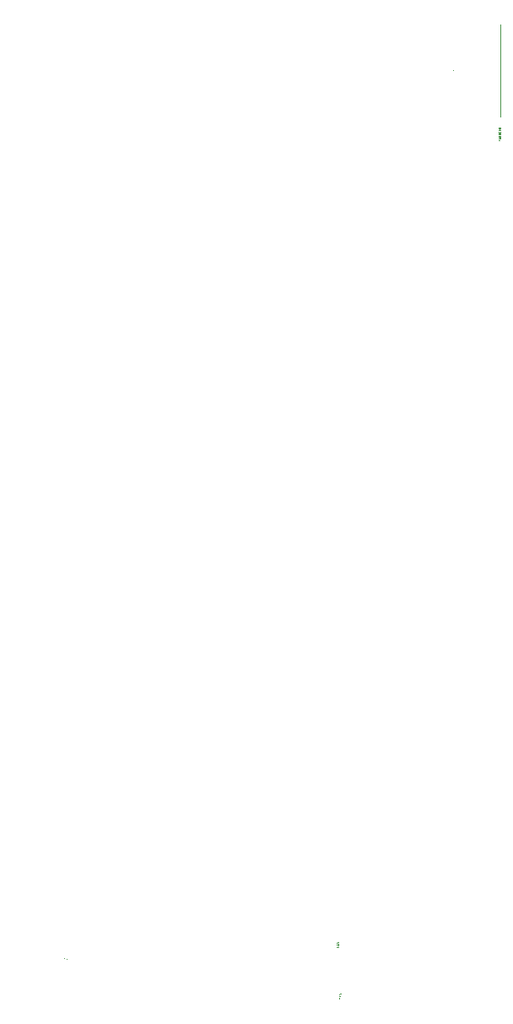
<source format=gm1>
G04*
G04 #@! TF.GenerationSoftware,Altium Limited,Altium Designer,24.9.1 (31)*
G04*
G04 Layer_Color=16711935*
%FSLAX44Y44*%
%MOMM*%
G71*
G04*
G04 #@! TF.SameCoordinates,418AA1D6-F79E-4CCF-963D-19B387831215*
G04*
G04*
G04 #@! TF.FilePolarity,Positive*
G04*
G01*
G75*
%ADD14C,0.1000*%
G36*
X112151Y-98748D02*
X112174Y-98781D01*
X112197Y-98809D01*
X112219Y-98834D01*
X112242Y-98857D01*
X112260Y-98875D01*
X112270Y-98885D01*
X112275Y-98890D01*
X112313Y-98920D01*
X112351Y-98951D01*
X112389Y-98976D01*
X112425Y-98997D01*
X112458Y-99015D01*
X112481Y-99030D01*
X112491Y-99032D01*
X112499Y-99037D01*
X112501Y-99040D01*
X112504D01*
Y-99190D01*
X112476Y-99180D01*
X112448Y-99167D01*
X112420Y-99154D01*
X112395Y-99142D01*
X112374Y-99129D01*
X112357Y-99119D01*
X112346Y-99114D01*
X112341Y-99111D01*
X112308Y-99091D01*
X112278Y-99070D01*
X112252Y-99053D01*
X112229Y-99035D01*
X112212Y-99022D01*
X112199Y-99012D01*
X112191Y-99004D01*
X112189Y-99002D01*
Y-100000D01*
X112031D01*
Y-98717D01*
X112133D01*
X112151Y-98748D01*
D02*
G37*
G36*
X113850Y-99459D02*
X113848Y-99530D01*
X113842Y-99596D01*
X113835Y-99649D01*
X113825Y-99695D01*
X113817Y-99733D01*
X113812Y-99748D01*
X113809Y-99759D01*
X113807Y-99769D01*
X113804Y-99776D01*
X113802Y-99779D01*
Y-99782D01*
X113781Y-99822D01*
X113756Y-99858D01*
X113728Y-99888D01*
X113703Y-99914D01*
X113677Y-99934D01*
X113657Y-99947D01*
X113644Y-99957D01*
X113639Y-99959D01*
X113594Y-99980D01*
X113545Y-99995D01*
X113494Y-100005D01*
X113449Y-100013D01*
X113408Y-100018D01*
X113390D01*
X113375Y-100020D01*
X113345D01*
X113279Y-100018D01*
X113220Y-100010D01*
X113169Y-99998D01*
X113126Y-99985D01*
X113093Y-99975D01*
X113068Y-99962D01*
X113053Y-99954D01*
X113047Y-99952D01*
X113007Y-99924D01*
X112974Y-99893D01*
X112948Y-99863D01*
X112926Y-99832D01*
X112910Y-99807D01*
X112898Y-99784D01*
X112892Y-99771D01*
X112890Y-99766D01*
X112875Y-99721D01*
X112865Y-99670D01*
X112854Y-99619D01*
X112849Y-99571D01*
X112847Y-99525D01*
Y-99507D01*
X112844Y-99492D01*
Y-99477D01*
Y-99467D01*
Y-99461D01*
Y-99459D01*
Y-98720D01*
X113014D01*
Y-99459D01*
Y-99502D01*
X113017Y-99543D01*
X113022Y-99578D01*
X113027Y-99611D01*
X113032Y-99642D01*
X113040Y-99667D01*
X113047Y-99690D01*
X113055Y-99713D01*
X113063Y-99731D01*
X113070Y-99746D01*
X113078Y-99756D01*
X113083Y-99766D01*
X113093Y-99779D01*
X113096Y-99784D01*
X113129Y-99812D01*
X113169Y-99832D01*
X113212Y-99848D01*
X113258Y-99858D01*
X113296Y-99863D01*
X113314Y-99865D01*
X113329D01*
X113342Y-99868D01*
X113360D01*
X113398Y-99865D01*
X113436Y-99860D01*
X113467Y-99855D01*
X113494Y-99848D01*
X113515Y-99840D01*
X113532Y-99832D01*
X113543Y-99830D01*
X113545Y-99827D01*
X113571Y-99810D01*
X113594Y-99789D01*
X113611Y-99769D01*
X113624Y-99751D01*
X113637Y-99733D01*
X113644Y-99718D01*
X113647Y-99708D01*
X113649Y-99705D01*
X113659Y-99672D01*
X113667Y-99634D01*
X113672Y-99594D01*
X113675Y-99553D01*
X113677Y-99515D01*
X113680Y-99487D01*
Y-99474D01*
Y-99467D01*
Y-99461D01*
Y-99459D01*
Y-98720D01*
X113850D01*
Y-99459D01*
D02*
G37*
G36*
X111620Y-98888D02*
X110990D01*
X111036Y-98941D01*
X111076Y-98999D01*
X111117Y-99055D01*
X111150Y-99108D01*
X111178Y-99154D01*
X111191Y-99174D01*
X111201Y-99192D01*
X111208Y-99205D01*
X111214Y-99215D01*
X111216Y-99223D01*
X111219Y-99225D01*
X111257Y-99299D01*
X111290Y-99373D01*
X111318Y-99444D01*
X111341Y-99505D01*
X111351Y-99533D01*
X111358Y-99558D01*
X111366Y-99581D01*
X111374Y-99601D01*
X111379Y-99616D01*
X111381Y-99627D01*
X111384Y-99634D01*
Y-99637D01*
X111402Y-99713D01*
X111417Y-99784D01*
X111427Y-99845D01*
X111434Y-99898D01*
X111437Y-99921D01*
Y-99942D01*
X111440Y-99959D01*
Y-99972D01*
X111442Y-99985D01*
Y-99992D01*
Y-99998D01*
Y-100000D01*
X111279D01*
X111274Y-99931D01*
X111264Y-99865D01*
X111254Y-99804D01*
X111247Y-99754D01*
X111241Y-99731D01*
X111236Y-99710D01*
X111231Y-99693D01*
X111229Y-99677D01*
X111226Y-99665D01*
X111224Y-99657D01*
X111221Y-99652D01*
Y-99649D01*
X111193Y-99566D01*
X111165Y-99484D01*
X111132Y-99408D01*
X111117Y-99373D01*
X111104Y-99342D01*
X111089Y-99312D01*
X111076Y-99286D01*
X111066Y-99261D01*
X111056Y-99243D01*
X111046Y-99225D01*
X111041Y-99215D01*
X111038Y-99207D01*
X111036Y-99205D01*
X110990Y-99129D01*
X110947Y-99060D01*
X110904Y-99002D01*
X110865Y-98951D01*
X110850Y-98931D01*
X110835Y-98913D01*
X110822Y-98895D01*
X110810Y-98882D01*
X110802Y-98872D01*
X110794Y-98865D01*
X110792Y-98862D01*
X110789Y-98860D01*
Y-98738D01*
X111620D01*
Y-98888D01*
D02*
G37*
G36*
X384778Y-82417D02*
X384854Y-82430D01*
X384921Y-82449D01*
X384978Y-82468D01*
X385022Y-82491D01*
X385041Y-82500D01*
X385057Y-82510D01*
X385070Y-82519D01*
X385079Y-82522D01*
X385083Y-82529D01*
X385086D01*
X385143Y-82576D01*
X385191Y-82630D01*
X385232Y-82687D01*
X385264Y-82745D01*
X385289Y-82795D01*
X385299Y-82814D01*
X385308Y-82833D01*
X385314Y-82849D01*
X385318Y-82862D01*
X385321Y-82868D01*
Y-82872D01*
X385349Y-82808D01*
X385381Y-82754D01*
X385413Y-82706D01*
X385445Y-82668D01*
X385473Y-82640D01*
X385495Y-82618D01*
X385508Y-82605D01*
X385514Y-82602D01*
X385565Y-82570D01*
X385616Y-82548D01*
X385664Y-82532D01*
X385711Y-82522D01*
X385753Y-82513D01*
X385784Y-82510D01*
X385797D01*
X385807D01*
X385810D01*
X385813D01*
X385860Y-82513D01*
X385908Y-82519D01*
X385953Y-82529D01*
X385997Y-82541D01*
X386073Y-82573D01*
X386140Y-82608D01*
X386165Y-82627D01*
X386191Y-82643D01*
X386213Y-82662D01*
X386232Y-82675D01*
X386245Y-82687D01*
X386254Y-82697D01*
X386261Y-82703D01*
X386264Y-82706D01*
X386296Y-82745D01*
X386327Y-82783D01*
X386349Y-82827D01*
X386372Y-82868D01*
X386391Y-82913D01*
X386407Y-82954D01*
X386429Y-83037D01*
X386435Y-83075D01*
X386442Y-83110D01*
X386445Y-83141D01*
X386448Y-83167D01*
X386451Y-83189D01*
Y-83221D01*
X386448Y-83278D01*
X386445Y-83335D01*
X386435Y-83386D01*
X386423Y-83434D01*
X386410Y-83478D01*
X386394Y-83522D01*
X386375Y-83560D01*
X386359Y-83592D01*
X386343Y-83624D01*
X386324Y-83653D01*
X386308Y-83675D01*
X386296Y-83694D01*
X386283Y-83710D01*
X386277Y-83719D01*
X386270Y-83726D01*
X386267Y-83729D01*
X386232Y-83764D01*
X386197Y-83792D01*
X386159Y-83818D01*
X386121Y-83840D01*
X386083Y-83856D01*
X386045Y-83872D01*
X385975Y-83894D01*
X385914Y-83910D01*
X385886Y-83913D01*
X385864Y-83916D01*
X385845Y-83919D01*
X385832D01*
X385822D01*
X385819D01*
X385756Y-83916D01*
X385699Y-83907D01*
X385648Y-83891D01*
X385603Y-83875D01*
X385568Y-83859D01*
X385540Y-83843D01*
X385524Y-83834D01*
X385518Y-83830D01*
X385473Y-83792D01*
X385432Y-83751D01*
X385400Y-83703D01*
X385372Y-83659D01*
X385349Y-83618D01*
X385334Y-83586D01*
X385327Y-83573D01*
X385324Y-83564D01*
X385321Y-83557D01*
Y-83554D01*
X385295Y-83633D01*
X385264Y-83700D01*
X385225Y-83760D01*
X385191Y-83808D01*
X385156Y-83846D01*
X385127Y-83875D01*
X385108Y-83891D01*
X385105Y-83897D01*
X385102D01*
X385038Y-83938D01*
X384972Y-83967D01*
X384908Y-83989D01*
X384845Y-84002D01*
X384787Y-84011D01*
X384765Y-84015D01*
X384746D01*
X384727Y-84018D01*
X384714D01*
X384708D01*
X384705D01*
X384648Y-84015D01*
X384590Y-84008D01*
X384537Y-83999D01*
X384486Y-83983D01*
X384438Y-83967D01*
X384394Y-83948D01*
X384356Y-83929D01*
X384318Y-83907D01*
X384286Y-83888D01*
X384257Y-83869D01*
X384232Y-83849D01*
X384210Y-83834D01*
X384194Y-83818D01*
X384181Y-83808D01*
X384175Y-83802D01*
X384171Y-83799D01*
X384133Y-83754D01*
X384102Y-83710D01*
X384073Y-83662D01*
X384048Y-83615D01*
X384029Y-83564D01*
X384010Y-83516D01*
X383984Y-83424D01*
X383978Y-83379D01*
X383971Y-83341D01*
X383965Y-83307D01*
X383962Y-83275D01*
X383959Y-83249D01*
Y-83214D01*
X383962Y-83148D01*
X383968Y-83087D01*
X383978Y-83027D01*
X383994Y-82973D01*
X384010Y-82919D01*
X384025Y-82872D01*
X384044Y-82830D01*
X384067Y-82789D01*
X384086Y-82754D01*
X384105Y-82722D01*
X384121Y-82697D01*
X384140Y-82675D01*
X384152Y-82656D01*
X384162Y-82643D01*
X384168Y-82637D01*
X384171Y-82633D01*
X384213Y-82595D01*
X384254Y-82560D01*
X384298Y-82532D01*
X384343Y-82503D01*
X384387Y-82484D01*
X384432Y-82465D01*
X384473Y-82449D01*
X384514Y-82440D01*
X384552Y-82430D01*
X384584Y-82424D01*
X384616Y-82417D01*
X384645Y-82414D01*
X384667Y-82411D01*
X384683D01*
X384692D01*
X384695D01*
X384778Y-82417D01*
D02*
G37*
G36*
X384289Y-85539D02*
X384346Y-85497D01*
X384375Y-85475D01*
X384397Y-85456D01*
X384419Y-85437D01*
X384435Y-85424D01*
X384445Y-85415D01*
X384448Y-85412D01*
X384464Y-85396D01*
X384486Y-85373D01*
X384508Y-85351D01*
X384530Y-85326D01*
X384581Y-85269D01*
X384632Y-85208D01*
X384679Y-85154D01*
X384702Y-85129D01*
X384721Y-85110D01*
X384733Y-85091D01*
X384746Y-85078D01*
X384753Y-85069D01*
X384756Y-85065D01*
X384806Y-85008D01*
X384854Y-84951D01*
X384895Y-84903D01*
X384937Y-84856D01*
X384975Y-84815D01*
X385013Y-84776D01*
X385045Y-84742D01*
X385073Y-84713D01*
X385098Y-84684D01*
X385121Y-84662D01*
X385140Y-84643D01*
X385156Y-84627D01*
X385168Y-84618D01*
X385178Y-84608D01*
X385181Y-84602D01*
X385184D01*
X385241Y-84554D01*
X385299Y-84513D01*
X385349Y-84478D01*
X385394Y-84450D01*
X385429Y-84427D01*
X385457Y-84415D01*
X385476Y-84405D01*
X385483Y-84402D01*
X385537Y-84383D01*
X385588Y-84367D01*
X385638Y-84357D01*
X385680Y-84348D01*
X385718Y-84345D01*
X385746Y-84342D01*
X385765D01*
X385772D01*
X385826Y-84345D01*
X385876Y-84351D01*
X385924Y-84361D01*
X385969Y-84373D01*
X386051Y-84408D01*
X386089Y-84424D01*
X386121Y-84443D01*
X386153Y-84465D01*
X386178Y-84481D01*
X386200Y-84500D01*
X386219Y-84516D01*
X386235Y-84529D01*
X386245Y-84538D01*
X386251Y-84545D01*
X386254Y-84548D01*
X386289Y-84589D01*
X386318Y-84630D01*
X386346Y-84675D01*
X386368Y-84723D01*
X386388Y-84770D01*
X386404Y-84815D01*
X386426Y-84903D01*
X386435Y-84945D01*
X386442Y-84983D01*
X386445Y-85018D01*
X386448Y-85050D01*
X386451Y-85072D01*
Y-85107D01*
X386448Y-85170D01*
X386445Y-85231D01*
X386435Y-85288D01*
X386423Y-85338D01*
X386410Y-85389D01*
X386394Y-85434D01*
X386378Y-85475D01*
X386362Y-85513D01*
X386343Y-85548D01*
X386327Y-85577D01*
X386311Y-85602D01*
X386299Y-85624D01*
X386286Y-85640D01*
X386277Y-85653D01*
X386273Y-85659D01*
X386270Y-85662D01*
X386235Y-85701D01*
X386197Y-85732D01*
X386156Y-85761D01*
X386111Y-85786D01*
X386070Y-85808D01*
X386026Y-85828D01*
X385940Y-85856D01*
X385902Y-85869D01*
X385864Y-85878D01*
X385832Y-85885D01*
X385803Y-85891D01*
X385778Y-85894D01*
X385762D01*
X385749Y-85897D01*
X385746D01*
X385714Y-85589D01*
X385797Y-85583D01*
X385867Y-85570D01*
X385927Y-85548D01*
X385981Y-85523D01*
X386019Y-85500D01*
X386051Y-85478D01*
X386067Y-85465D01*
X386073Y-85459D01*
X386118Y-85408D01*
X386149Y-85351D01*
X386172Y-85291D01*
X386188Y-85237D01*
X386197Y-85189D01*
X386200Y-85167D01*
Y-85148D01*
X386203Y-85135D01*
Y-85113D01*
X386197Y-85040D01*
X386184Y-84973D01*
X386165Y-84916D01*
X386143Y-84869D01*
X386118Y-84831D01*
X386099Y-84802D01*
X386086Y-84786D01*
X386080Y-84780D01*
X386032Y-84735D01*
X385981Y-84704D01*
X385934Y-84681D01*
X385886Y-84665D01*
X385845Y-84656D01*
X385810Y-84653D01*
X385797Y-84649D01*
X385791D01*
X385784D01*
X385781D01*
X385749D01*
X385718Y-84656D01*
X385651Y-84672D01*
X385591Y-84694D01*
X385537Y-84719D01*
X385489Y-84748D01*
X385470Y-84761D01*
X385451Y-84770D01*
X385438Y-84780D01*
X385429Y-84786D01*
X385422Y-84789D01*
X385419Y-84792D01*
X385381Y-84821D01*
X385343Y-84856D01*
X385302Y-84894D01*
X385257Y-84935D01*
X385172Y-85024D01*
X385089Y-85113D01*
X385051Y-85154D01*
X385016Y-85196D01*
X384984Y-85234D01*
X384956Y-85266D01*
X384933Y-85291D01*
X384918Y-85313D01*
X384905Y-85326D01*
X384902Y-85329D01*
X384826Y-85421D01*
X384756Y-85500D01*
X384692Y-85567D01*
X384638Y-85621D01*
X384594Y-85666D01*
X384559Y-85697D01*
X384546Y-85707D01*
X384537Y-85716D01*
X384533Y-85719D01*
X384530Y-85723D01*
X384470Y-85770D01*
X384413Y-85812D01*
X384359Y-85843D01*
X384308Y-85872D01*
X384267Y-85894D01*
X384235Y-85907D01*
X384222Y-85913D01*
X384213Y-85916D01*
X384210Y-85920D01*
X384206D01*
X384168Y-85932D01*
X384133Y-85942D01*
X384098Y-85948D01*
X384067Y-85951D01*
X384038Y-85955D01*
X384019D01*
X384006D01*
X384000D01*
Y-84338D01*
X384289D01*
Y-85539D01*
D02*
G37*
G36*
X386442Y-86653D02*
X385032D01*
X384949Y-86656D01*
X384873Y-86659D01*
X384803Y-86666D01*
X384740Y-86675D01*
X384683Y-86688D01*
X384632Y-86701D01*
X384587Y-86713D01*
X384549Y-86729D01*
X384514Y-86742D01*
X384486Y-86758D01*
X384460Y-86770D01*
X384441Y-86780D01*
X384429Y-86793D01*
X384419Y-86799D01*
X384413Y-86802D01*
X384410Y-86805D01*
X384381Y-86837D01*
X384359Y-86872D01*
X384337Y-86910D01*
X384318Y-86948D01*
X384289Y-87034D01*
X384270Y-87116D01*
X384263Y-87155D01*
X384260Y-87193D01*
X384257Y-87228D01*
X384254Y-87256D01*
X384251Y-87278D01*
Y-87313D01*
X384254Y-87390D01*
X384263Y-87456D01*
X384276Y-87517D01*
X384292Y-87567D01*
X384305Y-87609D01*
X384318Y-87640D01*
X384327Y-87659D01*
X384330Y-87663D01*
Y-87666D01*
X384365Y-87717D01*
X384400Y-87758D01*
X384441Y-87793D01*
X384476Y-87821D01*
X384511Y-87844D01*
X384537Y-87856D01*
X384556Y-87866D01*
X384559Y-87869D01*
X384562D01*
X384594Y-87879D01*
X384626Y-87888D01*
X384698Y-87901D01*
X384778Y-87913D01*
X384854Y-87920D01*
X384889D01*
X384924Y-87923D01*
X384953D01*
X384981Y-87926D01*
X385000D01*
X385019D01*
X385029D01*
X385032D01*
X386442D01*
Y-88250D01*
X385029D01*
X384959D01*
X384892Y-88247D01*
X384829Y-88240D01*
X384768Y-88234D01*
X384714Y-88228D01*
X384664Y-88221D01*
X384619Y-88212D01*
X384578Y-88202D01*
X384540Y-88196D01*
X384508Y-88187D01*
X384479Y-88180D01*
X384457Y-88171D01*
X384438Y-88167D01*
X384425Y-88161D01*
X384419Y-88158D01*
X384416D01*
X384337Y-88117D01*
X384270Y-88069D01*
X384210Y-88018D01*
X384162Y-87967D01*
X384124Y-87920D01*
X384098Y-87882D01*
X384089Y-87869D01*
X384082Y-87856D01*
X384076Y-87850D01*
Y-87847D01*
X384038Y-87761D01*
X384010Y-87666D01*
X383987Y-87574D01*
X383975Y-87485D01*
X383968Y-87444D01*
X383965Y-87405D01*
X383962Y-87371D01*
Y-87342D01*
X383959Y-87317D01*
Y-87285D01*
X383962Y-87221D01*
X383965Y-87158D01*
X383971Y-87101D01*
X383981Y-87047D01*
X383991Y-86996D01*
X384000Y-86951D01*
X384013Y-86907D01*
X384025Y-86869D01*
X384038Y-86834D01*
X384051Y-86802D01*
X384060Y-86777D01*
X384070Y-86755D01*
X384079Y-86739D01*
X384086Y-86726D01*
X384092Y-86720D01*
Y-86716D01*
X384118Y-86678D01*
X384146Y-86640D01*
X384206Y-86577D01*
X384263Y-86526D01*
X384321Y-86485D01*
X384368Y-86453D01*
X384390Y-86440D01*
X384410Y-86431D01*
X384422Y-86424D01*
X384435Y-86418D01*
X384441Y-86415D01*
X384445D01*
X384486Y-86399D01*
X384530Y-86386D01*
X384626Y-86364D01*
X384724Y-86351D01*
X384819Y-86339D01*
X384860Y-86335D01*
X384902Y-86332D01*
X384937D01*
X384968Y-86329D01*
X384994D01*
X385013D01*
X385025D01*
X385029D01*
X386442D01*
Y-86653D01*
D02*
G37*
G36*
X387807Y-134424D02*
X387879Y-134437D01*
X387946Y-134456D01*
X388003Y-134478D01*
X388051Y-134500D01*
X388067Y-134510D01*
X388083Y-134519D01*
X388095Y-134525D01*
X388105Y-134532D01*
X388108Y-134538D01*
X388111D01*
X388165Y-134586D01*
X388210Y-134643D01*
X388248Y-134697D01*
X388276Y-134751D01*
X388295Y-134798D01*
X388305Y-134821D01*
X388311Y-134840D01*
X388315Y-134853D01*
X388318Y-134865D01*
X388321Y-134872D01*
Y-134875D01*
X388353Y-134818D01*
X388384Y-134767D01*
X388419Y-134722D01*
X388454Y-134687D01*
X388483Y-134659D01*
X388505Y-134640D01*
X388521Y-134627D01*
X388527Y-134624D01*
X388578Y-134595D01*
X388629Y-134573D01*
X388676Y-134560D01*
X388721Y-134548D01*
X388759Y-134541D01*
X388791Y-134538D01*
X388810D01*
X388813D01*
X388816D01*
X388876Y-134541D01*
X388934Y-134551D01*
X388988Y-134567D01*
X389035Y-134583D01*
X389073Y-134602D01*
X389105Y-134614D01*
X389124Y-134627D01*
X389127Y-134630D01*
X389130D01*
X389184Y-134665D01*
X389229Y-134706D01*
X389270Y-134751D01*
X389305Y-134792D01*
X389330Y-134830D01*
X389350Y-134859D01*
X389356Y-134872D01*
X389362Y-134881D01*
X389365Y-134884D01*
Y-134887D01*
X389394Y-134951D01*
X389416Y-135014D01*
X389429Y-135075D01*
X389442Y-135132D01*
X389448Y-135180D01*
Y-135202D01*
X389451Y-135218D01*
Y-135253D01*
X389448Y-135307D01*
X389445Y-135357D01*
X389426Y-135453D01*
X389397Y-135535D01*
X389381Y-135570D01*
X389369Y-135605D01*
X389353Y-135633D01*
X389337Y-135662D01*
X389321Y-135684D01*
X389308Y-135703D01*
X389299Y-135719D01*
X389289Y-135729D01*
X389286Y-135735D01*
X389283Y-135738D01*
X389251Y-135773D01*
X389216Y-135805D01*
X389140Y-135859D01*
X389064Y-135900D01*
X388991Y-135935D01*
X388956Y-135948D01*
X388924Y-135957D01*
X388892Y-135967D01*
X388870Y-135973D01*
X388848Y-135980D01*
X388832Y-135983D01*
X388823Y-135986D01*
X388819D01*
X388765Y-135688D01*
X388842Y-135672D01*
X388908Y-135653D01*
X388965Y-135627D01*
X389010Y-135602D01*
X389048Y-135580D01*
X389073Y-135561D01*
X389086Y-135548D01*
X389092Y-135541D01*
X389130Y-135494D01*
X389156Y-135446D01*
X389175Y-135395D01*
X389191Y-135351D01*
X389197Y-135310D01*
X389200Y-135275D01*
X389203Y-135262D01*
Y-135246D01*
X389200Y-135183D01*
X389188Y-135129D01*
X389169Y-135078D01*
X389150Y-135037D01*
X389127Y-135005D01*
X389111Y-134979D01*
X389099Y-134967D01*
X389092Y-134960D01*
X389051Y-134922D01*
X389003Y-134894D01*
X388959Y-134875D01*
X388918Y-134859D01*
X388880Y-134853D01*
X388851Y-134849D01*
X388829Y-134846D01*
X388826D01*
X388823D01*
X388784Y-134849D01*
X388749Y-134853D01*
X388686Y-134872D01*
X388632Y-134894D01*
X388587Y-134922D01*
X388556Y-134951D01*
X388530Y-134976D01*
X388518Y-134995D01*
X388511Y-134999D01*
Y-135002D01*
X388480Y-135059D01*
X388454Y-135119D01*
X388438Y-135176D01*
X388426Y-135230D01*
X388419Y-135275D01*
X388416Y-135313D01*
X388413Y-135326D01*
Y-135360D01*
X388416Y-135376D01*
X388419Y-135386D01*
Y-135392D01*
X388156Y-135427D01*
X388165Y-135383D01*
X388175Y-135341D01*
X388181Y-135303D01*
X388184Y-135272D01*
X388187Y-135249D01*
Y-135214D01*
X388181Y-135138D01*
X388165Y-135072D01*
X388146Y-135014D01*
X388121Y-134964D01*
X388095Y-134925D01*
X388076Y-134897D01*
X388060Y-134878D01*
X388054Y-134872D01*
X388029Y-134846D01*
X388000Y-134827D01*
X387946Y-134792D01*
X387889Y-134767D01*
X387835Y-134751D01*
X387787Y-134741D01*
X387765Y-134738D01*
X387749D01*
X387733Y-134735D01*
X387724D01*
X387718D01*
X387714D01*
X387676D01*
X387638Y-134741D01*
X387568Y-134757D01*
X387505Y-134783D01*
X387454Y-134808D01*
X387410Y-134833D01*
X387378Y-134859D01*
X387368Y-134868D01*
X387359Y-134875D01*
X387356Y-134878D01*
X387352Y-134881D01*
X387327Y-134910D01*
X387305Y-134938D01*
X387267Y-134999D01*
X387241Y-135059D01*
X387225Y-135116D01*
X387213Y-135164D01*
X387210Y-135186D01*
Y-135205D01*
X387206Y-135218D01*
Y-135240D01*
X387213Y-135303D01*
X387225Y-135364D01*
X387241Y-135414D01*
X387263Y-135459D01*
X387283Y-135497D01*
X387302Y-135522D01*
X387314Y-135538D01*
X387318Y-135545D01*
X387340Y-135567D01*
X387365Y-135586D01*
X387425Y-135621D01*
X387486Y-135653D01*
X387546Y-135675D01*
X387603Y-135694D01*
X387626Y-135700D01*
X387648Y-135707D01*
X387664Y-135710D01*
X387676Y-135713D01*
X387686Y-135716D01*
X387689D01*
X387648Y-136014D01*
X387591Y-136008D01*
X387537Y-135996D01*
X387489Y-135983D01*
X387441Y-135964D01*
X387397Y-135945D01*
X387356Y-135926D01*
X387318Y-135903D01*
X387283Y-135884D01*
X387254Y-135862D01*
X387225Y-135843D01*
X387203Y-135824D01*
X387184Y-135808D01*
X387168Y-135792D01*
X387159Y-135783D01*
X387152Y-135776D01*
X387149Y-135773D01*
X387114Y-135732D01*
X387086Y-135691D01*
X387060Y-135646D01*
X387038Y-135599D01*
X387022Y-135554D01*
X387006Y-135510D01*
X386984Y-135427D01*
X386975Y-135389D01*
X386968Y-135351D01*
X386965Y-135319D01*
X386962Y-135294D01*
X386959Y-135272D01*
Y-135240D01*
X386962Y-135173D01*
X386968Y-135113D01*
X386978Y-135052D01*
X386994Y-134999D01*
X387010Y-134945D01*
X387029Y-134897D01*
X387048Y-134853D01*
X387070Y-134811D01*
X387089Y-134776D01*
X387108Y-134745D01*
X387127Y-134716D01*
X387143Y-134694D01*
X387159Y-134675D01*
X387168Y-134662D01*
X387175Y-134656D01*
X387178Y-134653D01*
X387219Y-134611D01*
X387263Y-134576D01*
X387311Y-134544D01*
X387356Y-134516D01*
X387403Y-134494D01*
X387448Y-134475D01*
X387492Y-134459D01*
X387533Y-134446D01*
X387571Y-134437D01*
X387606Y-134430D01*
X387638Y-134424D01*
X387667Y-134421D01*
X387689Y-134417D01*
X387708D01*
X387718D01*
X387721D01*
X387807Y-134424D01*
D02*
G37*
G36*
X387289Y-137538D02*
X387346Y-137497D01*
X387375Y-137475D01*
X387397Y-137456D01*
X387419Y-137437D01*
X387435Y-137424D01*
X387444Y-137415D01*
X387448Y-137411D01*
X387464Y-137396D01*
X387486Y-137373D01*
X387508Y-137351D01*
X387530Y-137326D01*
X387581Y-137269D01*
X387632Y-137208D01*
X387679Y-137154D01*
X387702Y-137129D01*
X387721Y-137110D01*
X387733Y-137091D01*
X387746Y-137078D01*
X387752Y-137069D01*
X387756Y-137065D01*
X387807Y-137008D01*
X387854Y-136951D01*
X387895Y-136903D01*
X387937Y-136856D01*
X387975Y-136815D01*
X388013Y-136777D01*
X388045Y-136742D01*
X388073Y-136713D01*
X388099Y-136685D01*
X388121Y-136662D01*
X388140Y-136643D01*
X388156Y-136627D01*
X388168Y-136618D01*
X388178Y-136608D01*
X388181Y-136602D01*
X388184D01*
X388241Y-136554D01*
X388299Y-136513D01*
X388349Y-136478D01*
X388394Y-136449D01*
X388429Y-136427D01*
X388457Y-136415D01*
X388476Y-136405D01*
X388483Y-136402D01*
X388537Y-136383D01*
X388587Y-136367D01*
X388638Y-136357D01*
X388680Y-136348D01*
X388718Y-136345D01*
X388746Y-136342D01*
X388765D01*
X388772D01*
X388826Y-136345D01*
X388876Y-136351D01*
X388924Y-136361D01*
X388969Y-136373D01*
X389051Y-136408D01*
X389089Y-136424D01*
X389121Y-136443D01*
X389153Y-136465D01*
X389178Y-136481D01*
X389200Y-136500D01*
X389219Y-136516D01*
X389235Y-136529D01*
X389245Y-136538D01*
X389251Y-136545D01*
X389254Y-136548D01*
X389289Y-136589D01*
X389318Y-136630D01*
X389346Y-136675D01*
X389369Y-136723D01*
X389388Y-136770D01*
X389403Y-136815D01*
X389426Y-136903D01*
X389435Y-136945D01*
X389442Y-136983D01*
X389445Y-137018D01*
X389448Y-137050D01*
X389451Y-137072D01*
Y-137107D01*
X389448Y-137170D01*
X389445Y-137231D01*
X389435Y-137288D01*
X389422Y-137338D01*
X389410Y-137389D01*
X389394Y-137434D01*
X389378Y-137475D01*
X389362Y-137513D01*
X389343Y-137548D01*
X389327Y-137577D01*
X389311Y-137602D01*
X389299Y-137624D01*
X389286Y-137640D01*
X389277Y-137653D01*
X389273Y-137659D01*
X389270Y-137662D01*
X389235Y-137701D01*
X389197Y-137732D01*
X389156Y-137761D01*
X389111Y-137786D01*
X389070Y-137808D01*
X389026Y-137828D01*
X388940Y-137856D01*
X388902Y-137869D01*
X388864Y-137878D01*
X388832Y-137885D01*
X388803Y-137891D01*
X388778Y-137894D01*
X388762D01*
X388749Y-137897D01*
X388746D01*
X388714Y-137589D01*
X388797Y-137583D01*
X388867Y-137570D01*
X388927Y-137548D01*
X388981Y-137523D01*
X389019Y-137500D01*
X389051Y-137478D01*
X389067Y-137465D01*
X389073Y-137459D01*
X389118Y-137408D01*
X389150Y-137351D01*
X389172Y-137291D01*
X389188Y-137237D01*
X389197Y-137189D01*
X389200Y-137167D01*
Y-137148D01*
X389203Y-137135D01*
Y-137113D01*
X389197Y-137040D01*
X389184Y-136973D01*
X389165Y-136916D01*
X389143Y-136869D01*
X389118Y-136831D01*
X389099Y-136802D01*
X389086Y-136786D01*
X389080Y-136780D01*
X389032Y-136735D01*
X388981Y-136704D01*
X388934Y-136681D01*
X388886Y-136665D01*
X388845Y-136656D01*
X388810Y-136653D01*
X388797Y-136650D01*
X388791D01*
X388784D01*
X388781D01*
X388749D01*
X388718Y-136656D01*
X388651Y-136672D01*
X388591Y-136694D01*
X388537Y-136719D01*
X388489Y-136748D01*
X388470Y-136761D01*
X388451Y-136770D01*
X388438Y-136780D01*
X388429Y-136786D01*
X388422Y-136789D01*
X388419Y-136792D01*
X388381Y-136821D01*
X388343Y-136856D01*
X388302Y-136894D01*
X388257Y-136935D01*
X388172Y-137024D01*
X388089Y-137113D01*
X388051Y-137154D01*
X388016Y-137196D01*
X387984Y-137234D01*
X387956Y-137266D01*
X387934Y-137291D01*
X387918Y-137313D01*
X387905Y-137326D01*
X387902Y-137329D01*
X387826Y-137421D01*
X387756Y-137500D01*
X387692Y-137567D01*
X387638Y-137621D01*
X387594Y-137666D01*
X387559Y-137697D01*
X387546Y-137707D01*
X387537Y-137716D01*
X387533Y-137719D01*
X387530Y-137723D01*
X387470Y-137770D01*
X387413Y-137812D01*
X387359Y-137843D01*
X387308Y-137872D01*
X387267Y-137894D01*
X387235Y-137907D01*
X387222Y-137913D01*
X387213Y-137916D01*
X387210Y-137920D01*
X387206D01*
X387168Y-137932D01*
X387133Y-137942D01*
X387098Y-137948D01*
X387067Y-137951D01*
X387038Y-137955D01*
X387019D01*
X387006D01*
X387000D01*
Y-136338D01*
X387289D01*
Y-137538D01*
D02*
G37*
G36*
X389442Y-138653D02*
X388032D01*
X387949Y-138656D01*
X387873Y-138659D01*
X387803Y-138666D01*
X387740Y-138675D01*
X387683Y-138688D01*
X387632Y-138701D01*
X387587Y-138713D01*
X387549Y-138729D01*
X387514Y-138742D01*
X387486Y-138758D01*
X387460Y-138770D01*
X387441Y-138780D01*
X387429Y-138793D01*
X387419Y-138799D01*
X387413Y-138802D01*
X387410Y-138805D01*
X387381Y-138837D01*
X387359Y-138872D01*
X387337Y-138910D01*
X387318Y-138948D01*
X387289Y-139034D01*
X387270Y-139116D01*
X387263Y-139155D01*
X387260Y-139193D01*
X387257Y-139228D01*
X387254Y-139256D01*
X387251Y-139278D01*
Y-139313D01*
X387254Y-139390D01*
X387263Y-139456D01*
X387276Y-139517D01*
X387292Y-139567D01*
X387305Y-139609D01*
X387318Y-139640D01*
X387327Y-139659D01*
X387330Y-139663D01*
Y-139666D01*
X387365Y-139717D01*
X387400Y-139758D01*
X387441Y-139793D01*
X387476Y-139821D01*
X387511Y-139844D01*
X387537Y-139856D01*
X387556Y-139866D01*
X387559Y-139869D01*
X387562D01*
X387594Y-139879D01*
X387626Y-139888D01*
X387699Y-139901D01*
X387778Y-139913D01*
X387854Y-139920D01*
X387889D01*
X387924Y-139923D01*
X387952D01*
X387981Y-139926D01*
X388000D01*
X388019D01*
X388029D01*
X388032D01*
X389442D01*
Y-140250D01*
X388029D01*
X387959D01*
X387892Y-140247D01*
X387829Y-140240D01*
X387768Y-140234D01*
X387714Y-140228D01*
X387664Y-140221D01*
X387619Y-140212D01*
X387578Y-140202D01*
X387540Y-140196D01*
X387508Y-140187D01*
X387479Y-140180D01*
X387457Y-140171D01*
X387438Y-140167D01*
X387425Y-140161D01*
X387419Y-140158D01*
X387416D01*
X387337Y-140117D01*
X387270Y-140069D01*
X387210Y-140018D01*
X387162Y-139967D01*
X387124Y-139920D01*
X387098Y-139882D01*
X387089Y-139869D01*
X387083Y-139856D01*
X387076Y-139850D01*
Y-139847D01*
X387038Y-139761D01*
X387010Y-139666D01*
X386987Y-139574D01*
X386975Y-139485D01*
X386968Y-139444D01*
X386965Y-139405D01*
X386962Y-139370D01*
Y-139342D01*
X386959Y-139317D01*
Y-139285D01*
X386962Y-139221D01*
X386965Y-139158D01*
X386971Y-139101D01*
X386981Y-139047D01*
X386991Y-138996D01*
X387000Y-138951D01*
X387013Y-138907D01*
X387025Y-138869D01*
X387038Y-138834D01*
X387051Y-138802D01*
X387060Y-138777D01*
X387070Y-138755D01*
X387079Y-138739D01*
X387086Y-138726D01*
X387092Y-138720D01*
Y-138716D01*
X387118Y-138678D01*
X387146Y-138640D01*
X387206Y-138577D01*
X387263Y-138526D01*
X387321Y-138485D01*
X387368Y-138453D01*
X387391Y-138440D01*
X387410Y-138431D01*
X387422Y-138424D01*
X387435Y-138418D01*
X387441Y-138415D01*
X387444D01*
X387486Y-138399D01*
X387530Y-138386D01*
X387626Y-138364D01*
X387724Y-138351D01*
X387819Y-138339D01*
X387860Y-138336D01*
X387902Y-138332D01*
X387937D01*
X387968Y-138329D01*
X387994D01*
X388013D01*
X388026D01*
X388029D01*
X389442D01*
Y-138653D01*
D02*
G37*
G36*
X500722Y791018D02*
X500780Y791010D01*
X500831Y790997D01*
X500874Y790985D01*
X500907Y790975D01*
X500932Y790962D01*
X500948Y790954D01*
X500953Y790952D01*
X500993Y790924D01*
X501026Y790893D01*
X501052Y790863D01*
X501075Y790832D01*
X501090Y790807D01*
X501102Y790784D01*
X501108Y790771D01*
X501110Y790766D01*
X501125Y790721D01*
X501135Y790670D01*
X501146Y790619D01*
X501151Y790571D01*
X501153Y790525D01*
Y790507D01*
X501156Y790492D01*
Y790477D01*
Y790467D01*
Y790462D01*
Y790459D01*
Y789720D01*
X500986D01*
Y790459D01*
Y790502D01*
X500983Y790543D01*
X500978Y790578D01*
X500973Y790611D01*
X500968Y790642D01*
X500960Y790667D01*
X500953Y790690D01*
X500945Y790713D01*
X500937Y790731D01*
X500930Y790746D01*
X500922Y790756D01*
X500917Y790766D01*
X500907Y790779D01*
X500904Y790784D01*
X500871Y790812D01*
X500831Y790832D01*
X500788Y790848D01*
X500742Y790858D01*
X500704Y790863D01*
X500686Y790865D01*
X500671D01*
X500658Y790868D01*
X500640D01*
X500602Y790865D01*
X500564Y790860D01*
X500533Y790855D01*
X500506Y790848D01*
X500485Y790840D01*
X500467Y790832D01*
X500457Y790830D01*
X500455Y790827D01*
X500429Y790809D01*
X500406Y790789D01*
X500389Y790769D01*
X500376Y790751D01*
X500363Y790733D01*
X500356Y790718D01*
X500353Y790708D01*
X500351Y790705D01*
X500340Y790672D01*
X500333Y790634D01*
X500328Y790594D01*
X500325Y790553D01*
X500323Y790515D01*
X500320Y790487D01*
Y790474D01*
Y790467D01*
Y790462D01*
Y790459D01*
Y789720D01*
X500150D01*
Y790459D01*
X500153Y790530D01*
X500158Y790596D01*
X500165Y790649D01*
X500175Y790695D01*
X500183Y790733D01*
X500188Y790749D01*
X500191Y790759D01*
X500193Y790769D01*
X500196Y790777D01*
X500198Y790779D01*
Y790782D01*
X500219Y790822D01*
X500244Y790858D01*
X500272Y790888D01*
X500297Y790914D01*
X500323Y790934D01*
X500343Y790947D01*
X500356Y790957D01*
X500361Y790959D01*
X500406Y790980D01*
X500455Y790995D01*
X500506Y791005D01*
X500551Y791013D01*
X500592Y791018D01*
X500610D01*
X500625Y791020D01*
X500656D01*
X500722Y791018D01*
D02*
G37*
G36*
X501832D02*
X501862Y791015D01*
X501923Y791003D01*
X501976Y790985D01*
X502019Y790964D01*
X502055Y790947D01*
X502080Y790929D01*
X502088Y790921D01*
X502096Y790916D01*
X502098Y790911D01*
X502101D01*
X502121Y790888D01*
X502139Y790868D01*
X502169Y790820D01*
X502190Y790774D01*
X502202Y790731D01*
X502212Y790693D01*
X502215Y790675D01*
Y790662D01*
X502218Y790649D01*
Y790642D01*
Y790637D01*
Y790634D01*
X502215Y790591D01*
X502207Y790553D01*
X502197Y790520D01*
X502187Y790490D01*
X502174Y790467D01*
X502164Y790449D01*
X502157Y790436D01*
X502154Y790434D01*
X502129Y790403D01*
X502101Y790378D01*
X502070Y790355D01*
X502042Y790337D01*
X502014Y790324D01*
X501994Y790314D01*
X501979Y790309D01*
X501976Y790307D01*
X501974D01*
X502007Y790291D01*
X502037Y790276D01*
X502060Y790258D01*
X502080Y790243D01*
X502096Y790230D01*
X502108Y790218D01*
X502113Y790210D01*
X502116Y790208D01*
X502131Y790182D01*
X502144Y790154D01*
X502151Y790129D01*
X502159Y790106D01*
X502162Y790083D01*
X502164Y790068D01*
Y790058D01*
Y790053D01*
X502159Y790002D01*
X502149Y789956D01*
X502131Y789915D01*
X502113Y789882D01*
X502093Y789855D01*
X502075Y789834D01*
X502065Y789821D01*
X502060Y789816D01*
X502019Y789783D01*
X501976Y789758D01*
X501931Y789740D01*
X501887Y789730D01*
X501849Y789722D01*
X501834Y789720D01*
X501819D01*
X501806Y789717D01*
X501791D01*
X501732Y789722D01*
X501679Y789733D01*
X501633Y789748D01*
X501595Y789766D01*
X501565Y789783D01*
X501542Y789799D01*
X501529Y789809D01*
X501524Y789814D01*
X501491Y789852D01*
X501466Y789890D01*
X501451Y789928D01*
X501438Y789966D01*
X501430Y789999D01*
X501428Y790025D01*
X501425Y790035D01*
Y790042D01*
Y790045D01*
Y790048D01*
X501428Y790080D01*
X501433Y790111D01*
X501440Y790136D01*
X501448Y790159D01*
X501456Y790180D01*
X501463Y790192D01*
X501468Y790202D01*
X501471Y790205D01*
X501491Y790228D01*
X501514Y790248D01*
X501539Y790266D01*
X501562Y790281D01*
X501585Y790291D01*
X501603Y790299D01*
X501613Y790304D01*
X501618Y790307D01*
X501577Y790319D01*
X501542Y790337D01*
X501509Y790357D01*
X501483Y790375D01*
X501463Y790396D01*
X501451Y790408D01*
X501440Y790418D01*
X501438Y790423D01*
X501418Y790456D01*
X501402Y790492D01*
X501390Y790525D01*
X501382Y790558D01*
X501377Y790589D01*
X501374Y790611D01*
Y790627D01*
Y790629D01*
Y790632D01*
X501377Y790662D01*
X501379Y790690D01*
X501392Y790743D01*
X501410Y790792D01*
X501433Y790832D01*
X501453Y790865D01*
X501471Y790888D01*
X501483Y790903D01*
X501489Y790906D01*
Y790909D01*
X501511Y790929D01*
X501534Y790944D01*
X501585Y790972D01*
X501638Y790992D01*
X501687Y791005D01*
X501730Y791015D01*
X501748Y791018D01*
X501765D01*
X501778Y791020D01*
X501796D01*
X501832Y791018D01*
D02*
G37*
G36*
X549000Y732052D02*
X547084D01*
Y733439D01*
X547311D01*
Y732307D01*
X547895D01*
Y733367D01*
X548122D01*
Y732307D01*
X548773D01*
Y733483D01*
X549000D01*
Y732052D01*
D02*
G37*
G36*
X548737Y731673D02*
X548740Y731667D01*
X548748Y731656D01*
X548759Y731642D01*
X548770Y731625D01*
X548784Y731606D01*
X548801Y731581D01*
X548817Y731556D01*
X548853Y731498D01*
X548892Y731432D01*
X548928Y731362D01*
X548959Y731288D01*
Y731285D01*
X548961Y731279D01*
X548964Y731268D01*
X548969Y731254D01*
X548975Y731235D01*
X548983Y731213D01*
X548989Y731188D01*
X548994Y731163D01*
X549008Y731102D01*
X549022Y731033D01*
X549030Y730958D01*
X549033Y730881D01*
Y730853D01*
X549030Y730834D01*
Y730809D01*
X549028Y730778D01*
X549022Y730745D01*
X549019Y730709D01*
X549003Y730629D01*
X548983Y730543D01*
X548953Y730454D01*
X548936Y730410D01*
X548914Y730366D01*
X548911Y730363D01*
X548909Y730355D01*
X548900Y730343D01*
X548892Y730327D01*
X548878Y730308D01*
X548864Y730288D01*
X548826Y730236D01*
X548776Y730180D01*
X548715Y730122D01*
X548646Y730067D01*
X548565Y730017D01*
X548563D01*
X548554Y730011D01*
X548543Y730006D01*
X548524Y729997D01*
X548504Y729989D01*
X548477Y729981D01*
X548449Y729970D01*
X548416Y729959D01*
X548380Y729948D01*
X548338Y729937D01*
X548297Y729928D01*
X548252Y729920D01*
X548156Y729906D01*
X548053Y729901D01*
X548050D01*
X548039D01*
X548025D01*
X548006Y729903D01*
X547981D01*
X547951Y729906D01*
X547920Y729912D01*
X547884Y729914D01*
X547845Y729923D01*
X547804Y729928D01*
X547715Y729950D01*
X547624Y729978D01*
X547533Y730017D01*
X547530Y730020D01*
X547522Y730022D01*
X547510Y730028D01*
X547494Y730039D01*
X547472Y730050D01*
X547450Y730064D01*
X547397Y730103D01*
X547336Y730150D01*
X547278Y730208D01*
X547220Y730274D01*
X547195Y730313D01*
X547170Y730352D01*
X547167Y730355D01*
X547164Y730363D01*
X547159Y730374D01*
X547151Y730391D01*
X547142Y730413D01*
X547131Y730438D01*
X547120Y730465D01*
X547109Y730499D01*
X547098Y730535D01*
X547090Y730573D01*
X547079Y730615D01*
X547070Y730659D01*
X547056Y730756D01*
X547051Y730806D01*
Y730894D01*
X547054Y730911D01*
Y730933D01*
X547059Y730986D01*
X547067Y731044D01*
X547081Y731105D01*
X547098Y731171D01*
X547120Y731235D01*
Y731238D01*
X547123Y731243D01*
X547126Y731252D01*
X547131Y731263D01*
X547148Y731293D01*
X547167Y731332D01*
X547195Y731374D01*
X547228Y731418D01*
X547264Y731459D01*
X547308Y731498D01*
X547314Y731504D01*
X547331Y731515D01*
X547355Y731531D01*
X547391Y731553D01*
X547436Y731576D01*
X547491Y731600D01*
X547552Y731625D01*
X547621Y731645D01*
X547682Y731415D01*
X547679D01*
X547677Y731412D01*
X547668Y731410D01*
X547657Y731407D01*
X547632Y731398D01*
X547599Y731387D01*
X547560Y731371D01*
X547524Y731351D01*
X547486Y731332D01*
X547452Y731307D01*
X547450Y731304D01*
X547439Y731296D01*
X547425Y731279D01*
X547405Y731260D01*
X547383Y731235D01*
X547361Y731202D01*
X547339Y731166D01*
X547319Y731124D01*
X547317Y731119D01*
X547311Y731105D01*
X547303Y731080D01*
X547292Y731047D01*
X547284Y731008D01*
X547275Y730964D01*
X547270Y730914D01*
X547267Y730861D01*
Y730831D01*
X547270Y730817D01*
Y730800D01*
X547272Y730759D01*
X547281Y730712D01*
X547289Y730659D01*
X547303Y730609D01*
X547322Y730559D01*
X547325Y730554D01*
X547331Y730537D01*
X547344Y730515D01*
X547358Y730488D01*
X547380Y730454D01*
X547402Y730418D01*
X547430Y730385D01*
X547461Y730355D01*
X547463Y730352D01*
X547475Y730341D01*
X547494Y730327D01*
X547516Y730310D01*
X547544Y730291D01*
X547577Y730272D01*
X547613Y730252D01*
X547652Y730233D01*
X547654D01*
X547660Y730230D01*
X547668Y730227D01*
X547682Y730222D01*
X547699Y730216D01*
X547718Y730211D01*
X547740Y730202D01*
X547765Y730197D01*
X547823Y730183D01*
X547890Y730172D01*
X547959Y730164D01*
X548036Y730161D01*
X548039D01*
X548048D01*
X548061D01*
X548078Y730164D01*
X548100D01*
X548128Y730166D01*
X548156Y730169D01*
X548186Y730172D01*
X548255Y730183D01*
X548327Y730197D01*
X548399Y730219D01*
X548468Y730247D01*
X548471D01*
X548477Y730252D01*
X548485Y730255D01*
X548496Y730263D01*
X548527Y730283D01*
X548565Y730313D01*
X548607Y730349D01*
X548648Y730393D01*
X548687Y730446D01*
X548723Y730504D01*
Y730507D01*
X548726Y730512D01*
X548731Y730521D01*
X548737Y730535D01*
X548742Y730548D01*
X548748Y730568D01*
X548765Y730612D01*
X548778Y730667D01*
X548792Y730728D01*
X548803Y730795D01*
X548806Y730864D01*
Y730892D01*
X548803Y730908D01*
Y730925D01*
X548798Y730966D01*
X548792Y731016D01*
X548781Y731069D01*
X548765Y731127D01*
X548745Y731185D01*
Y731188D01*
X548742Y731193D01*
X548740Y731199D01*
X548734Y731210D01*
X548720Y731241D01*
X548704Y731274D01*
X548684Y731313D01*
X548662Y731354D01*
X548637Y731393D01*
X548610Y731426D01*
X548250D01*
Y730861D01*
X548023D01*
Y731675D01*
X548734D01*
X548737Y731673D01*
D02*
G37*
G36*
X548089Y729615D02*
X548111D01*
X548164Y729613D01*
X548225Y729604D01*
X548288Y729596D01*
X548355Y729582D01*
X548421Y729566D01*
X548424D01*
X548430Y729563D01*
X548438Y729560D01*
X548449Y729557D01*
X548479Y729546D01*
X548518Y729530D01*
X548563Y729513D01*
X548607Y729491D01*
X548654Y729463D01*
X548698Y729435D01*
X548704Y729433D01*
X548718Y729422D01*
X548737Y729405D01*
X548762Y729383D01*
X548790Y729358D01*
X548817Y729327D01*
X548848Y729297D01*
X548873Y729261D01*
X548875Y729256D01*
X548884Y729244D01*
X548895Y729225D01*
X548909Y729197D01*
X548925Y729164D01*
X548939Y729125D01*
X548956Y729081D01*
X548969Y729031D01*
Y729026D01*
X548972Y729017D01*
X548975Y729009D01*
X548978Y728981D01*
X548983Y728943D01*
X548989Y728898D01*
X548994Y728846D01*
X548997Y728788D01*
X549000Y728724D01*
Y728035D01*
X547084D01*
Y728771D01*
X547087Y728821D01*
X547090Y728876D01*
X547095Y728932D01*
X547104Y728987D01*
X547112Y729034D01*
Y729037D01*
X547115Y729042D01*
Y729051D01*
X547120Y729062D01*
X547128Y729092D01*
X547142Y729131D01*
X547162Y729175D01*
X547187Y729222D01*
X547214Y729269D01*
X547250Y729314D01*
X547253Y729316D01*
X547256Y729319D01*
X547264Y729327D01*
X547272Y729339D01*
X547300Y729366D01*
X547339Y729399D01*
X547386Y729435D01*
X547441Y729474D01*
X547505Y729510D01*
X547577Y729541D01*
X547580D01*
X547585Y729543D01*
X547596Y729549D01*
X547613Y729552D01*
X547632Y729560D01*
X547654Y729566D01*
X547679Y729571D01*
X547710Y729579D01*
X547740Y729588D01*
X547776Y729593D01*
X547854Y729607D01*
X547940Y729615D01*
X548034Y729618D01*
X548036D01*
X548042D01*
X548056D01*
X548070D01*
X548089Y729615D01*
D02*
G37*
G36*
X549000Y726252D02*
X547084D01*
Y727639D01*
X547311D01*
Y726506D01*
X547895D01*
Y727567D01*
X548122D01*
Y726506D01*
X548773D01*
Y727683D01*
X549000D01*
Y726252D01*
D02*
G37*
G36*
X548493Y725152D02*
X548527Y725147D01*
X548565Y725141D01*
X548607Y725130D01*
X548651Y725116D01*
X548695Y725097D01*
X548701Y725094D01*
X548715Y725086D01*
X548734Y725075D01*
X548762Y725058D01*
X548790Y725036D01*
X548820Y725014D01*
X548851Y724986D01*
X548875Y724956D01*
X548878Y724953D01*
X548886Y724942D01*
X548898Y724923D01*
X548909Y724898D01*
X548925Y724867D01*
X548942Y724831D01*
X548956Y724792D01*
X548969Y724745D01*
Y724740D01*
X548975Y724723D01*
X548978Y724696D01*
X548983Y724660D01*
X548989Y724615D01*
X548994Y724563D01*
X548997Y724505D01*
X549000Y724438D01*
Y723707D01*
X547084D01*
Y724460D01*
X547087Y724480D01*
Y724502D01*
X547092Y724552D01*
X547098Y724607D01*
X547109Y724665D01*
X547123Y724723D01*
X547142Y724776D01*
Y724779D01*
X547145Y724781D01*
X547153Y724798D01*
X547167Y724823D01*
X547187Y724851D01*
X547211Y724884D01*
X547242Y724920D01*
X547281Y724953D01*
X547322Y724984D01*
X547328Y724986D01*
X547344Y724995D01*
X547366Y725008D01*
X547400Y725022D01*
X547439Y725036D01*
X547480Y725050D01*
X547527Y725058D01*
X547574Y725061D01*
X547580D01*
X547593D01*
X547618Y725058D01*
X547649Y725053D01*
X547685Y725044D01*
X547724Y725031D01*
X547762Y725014D01*
X547804Y724992D01*
X547809Y724989D01*
X547821Y724981D01*
X547843Y724964D01*
X547865Y724942D01*
X547893Y724914D01*
X547923Y724881D01*
X547951Y724840D01*
X547978Y724792D01*
Y724795D01*
X547981Y724801D01*
X547984Y724809D01*
X547990Y724820D01*
X548000Y724853D01*
X548020Y724892D01*
X548045Y724934D01*
X548075Y724981D01*
X548111Y725022D01*
X548156Y725061D01*
X548161Y725064D01*
X548178Y725075D01*
X548203Y725091D01*
X548236Y725108D01*
X548280Y725125D01*
X548327Y725141D01*
X548383Y725152D01*
X548443Y725155D01*
X548446D01*
X548449D01*
X548466D01*
X548493Y725152D01*
D02*
G37*
G36*
X548408Y723403D02*
X548424Y723397D01*
X548446Y723389D01*
X548471Y723381D01*
X548502Y723369D01*
X548535Y723356D01*
X548571Y723339D01*
X548648Y723300D01*
X548726Y723250D01*
X548765Y723220D01*
X548803Y723189D01*
X548837Y723156D01*
X548870Y723118D01*
X548873Y723115D01*
X548878Y723109D01*
X548884Y723095D01*
X548895Y723082D01*
X548909Y723059D01*
X548923Y723037D01*
X548936Y723007D01*
X548950Y722976D01*
X548967Y722940D01*
X548981Y722902D01*
X548994Y722860D01*
X549008Y722816D01*
X549019Y722769D01*
X549025Y722719D01*
X549030Y722666D01*
X549033Y722611D01*
Y722580D01*
X549030Y722558D01*
Y722533D01*
X549028Y722503D01*
X549022Y722470D01*
X549017Y722431D01*
X549003Y722351D01*
X548981Y722268D01*
X548950Y722185D01*
X548931Y722146D01*
X548909Y722107D01*
X548906Y722104D01*
X548903Y722099D01*
X548895Y722088D01*
X548884Y722076D01*
X548873Y722060D01*
X548856Y722040D01*
X548837Y722018D01*
X548815Y721996D01*
X548790Y721974D01*
X548765Y721949D01*
X548701Y721899D01*
X548626Y721852D01*
X548543Y721811D01*
X548540D01*
X548532Y721805D01*
X548518Y721802D01*
X548502Y721794D01*
X548479Y721789D01*
X548452Y721780D01*
X548421Y721769D01*
X548388Y721761D01*
X548352Y721753D01*
X548311Y721741D01*
X548225Y721728D01*
X548128Y721717D01*
X548028Y721711D01*
X548025D01*
X548014D01*
X547998D01*
X547978Y721714D01*
X547951D01*
X547923Y721717D01*
X547887Y721719D01*
X547851Y721725D01*
X547771Y721739D01*
X547682Y721758D01*
X547593Y721786D01*
X547508Y721825D01*
X547505Y721827D01*
X547497Y721830D01*
X547486Y721836D01*
X547472Y721847D01*
X547452Y721858D01*
X547430Y721872D01*
X547380Y721908D01*
X547325Y721955D01*
X547270Y722010D01*
X547214Y722074D01*
X547167Y722149D01*
X547164Y722151D01*
X547162Y722160D01*
X547156Y722171D01*
X547148Y722185D01*
X547140Y722207D01*
X547131Y722229D01*
X547120Y722256D01*
X547109Y722287D01*
X547098Y722320D01*
X547087Y722356D01*
X547070Y722434D01*
X547056Y722522D01*
X547051Y722614D01*
Y722641D01*
X547054Y722661D01*
X547056Y722686D01*
X547059Y722716D01*
X547062Y722747D01*
X547070Y722783D01*
X547087Y722857D01*
X547112Y722940D01*
X547128Y722982D01*
X547148Y723021D01*
X547173Y723059D01*
X547198Y723098D01*
X547200Y723101D01*
X547203Y723106D01*
X547211Y723118D01*
X547225Y723131D01*
X547239Y723145D01*
X547258Y723165D01*
X547281Y723184D01*
X547303Y723206D01*
X547331Y723228D01*
X547364Y723250D01*
X547397Y723275D01*
X547433Y723298D01*
X547475Y723317D01*
X547516Y723339D01*
X547560Y723356D01*
X547610Y723372D01*
X547668Y723123D01*
X547665D01*
X547660Y723120D01*
X547649Y723115D01*
X547635Y723109D01*
X547618Y723104D01*
X547596Y723095D01*
X547552Y723073D01*
X547502Y723046D01*
X547452Y723012D01*
X547405Y722971D01*
X547364Y722926D01*
X547358Y722921D01*
X547347Y722904D01*
X547333Y722877D01*
X547314Y722841D01*
X547297Y722794D01*
X547281Y722741D01*
X547270Y722677D01*
X547267Y722608D01*
Y722586D01*
X547270Y722572D01*
Y722553D01*
X547272Y722531D01*
X547281Y722478D01*
X547292Y722420D01*
X547311Y722359D01*
X547339Y722295D01*
X547375Y722237D01*
Y722234D01*
X547380Y722232D01*
X547394Y722212D01*
X547416Y722187D01*
X547450Y722157D01*
X547491Y722121D01*
X547538Y722088D01*
X547596Y722057D01*
X547660Y722029D01*
X547663D01*
X547668Y722027D01*
X547677Y722024D01*
X547690Y722021D01*
X547707Y722016D01*
X547726Y722010D01*
X547774Y722002D01*
X547829Y721991D01*
X547890Y721980D01*
X547956Y721974D01*
X548028Y721971D01*
X548031D01*
X548039D01*
X548053D01*
X548070D01*
X548089Y721974D01*
X548114D01*
X548142Y721977D01*
X548172Y721980D01*
X548239Y721988D01*
X548311Y722002D01*
X548383Y722018D01*
X548455Y722040D01*
X548457D01*
X548463Y722043D01*
X548471Y722049D01*
X548485Y722054D01*
X548518Y722071D01*
X548557Y722096D01*
X548601Y722126D01*
X548648Y722165D01*
X548690Y722209D01*
X548729Y722262D01*
Y722265D01*
X548731Y722270D01*
X548737Y722279D01*
X548742Y722290D01*
X548748Y722303D01*
X548756Y722320D01*
X548773Y722359D01*
X548790Y722409D01*
X548803Y722464D01*
X548815Y722525D01*
X548817Y722589D01*
Y722608D01*
X548815Y722625D01*
Y722644D01*
X548812Y722663D01*
X548801Y722713D01*
X548787Y722771D01*
X548765Y722830D01*
X548734Y722890D01*
X548718Y722921D01*
X548695Y722949D01*
X548693Y722951D01*
X548690Y722954D01*
X548682Y722962D01*
X548673Y722973D01*
X548660Y722985D01*
X548643Y722999D01*
X548626Y723015D01*
X548604Y723029D01*
X548579Y723046D01*
X548551Y723065D01*
X548524Y723082D01*
X548491Y723098D01*
X548455Y723112D01*
X548416Y723126D01*
X548374Y723140D01*
X548330Y723151D01*
X548394Y723405D01*
X548396D01*
X548408Y723403D01*
D02*
G37*
G36*
X547682Y721459D02*
X547701Y721456D01*
X547726Y721454D01*
X547754Y721448D01*
X547785Y721442D01*
X547848Y721423D01*
X547882Y721412D01*
X547918Y721395D01*
X547953Y721376D01*
X547987Y721357D01*
X548020Y721332D01*
X548053Y721304D01*
X548056Y721301D01*
X548061Y721296D01*
X548070Y721288D01*
X548078Y721274D01*
X548092Y721257D01*
X548106Y721235D01*
X548122Y721207D01*
X548136Y721177D01*
X548153Y721141D01*
X548169Y721099D01*
X548183Y721055D01*
X548194Y721002D01*
X548205Y720947D01*
X548214Y720886D01*
X548219Y720817D01*
X548222Y720745D01*
Y720255D01*
X549000D01*
Y720000D01*
X547084D01*
Y720786D01*
X547087Y720828D01*
X547090Y720875D01*
X547092Y720925D01*
X547098Y720972D01*
X547104Y721013D01*
Y721019D01*
X547109Y721038D01*
X547115Y721063D01*
X547123Y721096D01*
X547137Y721132D01*
X547153Y721171D01*
X547173Y721213D01*
X547195Y721249D01*
X547198Y721254D01*
X547206Y721265D01*
X547223Y721282D01*
X547242Y721304D01*
X547267Y721329D01*
X547300Y721354D01*
X547336Y721382D01*
X547378Y721404D01*
X547383Y721406D01*
X547397Y721412D01*
X547422Y721423D01*
X547455Y721434D01*
X547494Y721442D01*
X547538Y721454D01*
X547588Y721459D01*
X547641Y721462D01*
X547643D01*
X547652D01*
X547663D01*
X547682Y721459D01*
D02*
G37*
G36*
X59105Y119153D02*
X59156Y119143D01*
X59199Y119128D01*
X59235Y119113D01*
X59265Y119095D01*
X59288Y119082D01*
X59301Y119072D01*
X59306Y119067D01*
X59342Y119031D01*
X59370Y118993D01*
X59392Y118953D01*
X59408Y118912D01*
X59420Y118876D01*
X59430Y118848D01*
X59433Y118838D01*
Y118831D01*
X59436Y118826D01*
Y118823D01*
X59278Y118795D01*
X59270Y118836D01*
X59260Y118871D01*
X59248Y118899D01*
X59235Y118925D01*
X59222Y118942D01*
X59212Y118958D01*
X59204Y118965D01*
X59202Y118968D01*
X59177Y118988D01*
X59151Y119001D01*
X59126Y119011D01*
X59103Y119019D01*
X59082Y119024D01*
X59065Y119026D01*
X59050D01*
X59016Y119024D01*
X58986Y119016D01*
X58961Y119009D01*
X58938Y118998D01*
X58920Y118986D01*
X58907Y118978D01*
X58900Y118970D01*
X58897Y118968D01*
X58877Y118945D01*
X58864Y118922D01*
X58854Y118899D01*
X58846Y118876D01*
X58841Y118856D01*
X58839Y118841D01*
Y118831D01*
Y118826D01*
X58841Y118787D01*
X58851Y118755D01*
X58864Y118727D01*
X58879Y118704D01*
X58895Y118686D01*
X58907Y118673D01*
X58917Y118666D01*
X58920Y118663D01*
X58950Y118645D01*
X58981Y118633D01*
X59011Y118625D01*
X59039Y118620D01*
X59065Y118615D01*
X59082Y118612D01*
X59108D01*
X59116Y118615D01*
X59126D01*
X59141Y118478D01*
X59118Y118483D01*
X59095Y118488D01*
X59077Y118490D01*
X59062D01*
X59050Y118493D01*
X59032D01*
X58994Y118490D01*
X58958Y118483D01*
X58927Y118470D01*
X58900Y118457D01*
X58879Y118445D01*
X58864Y118432D01*
X58854Y118424D01*
X58851Y118422D01*
X58829Y118394D01*
X58811Y118366D01*
X58798Y118335D01*
X58788Y118307D01*
X58783Y118285D01*
X58780Y118264D01*
Y118252D01*
Y118246D01*
X58783Y118206D01*
X58793Y118170D01*
X58803Y118137D01*
X58818Y118112D01*
X58831Y118089D01*
X58844Y118071D01*
X58854Y118061D01*
X58856Y118059D01*
X58887Y118033D01*
X58917Y118015D01*
X58950Y118000D01*
X58978Y117992D01*
X59004Y117987D01*
X59027Y117985D01*
X59039Y117982D01*
X59044D01*
X59077Y117985D01*
X59108Y117992D01*
X59136Y118000D01*
X59159Y118013D01*
X59179Y118023D01*
X59192Y118031D01*
X59202Y118038D01*
X59204Y118041D01*
X59227Y118066D01*
X59245Y118097D01*
X59260Y118127D01*
X59273Y118160D01*
X59281Y118188D01*
X59288Y118211D01*
X59291Y118229D01*
X59293Y118231D01*
Y118234D01*
X59451Y118214D01*
X59441Y118158D01*
X59425Y118104D01*
X59405Y118061D01*
X59382Y118023D01*
X59362Y117992D01*
X59344Y117970D01*
X59331Y117957D01*
X59326Y117952D01*
X59283Y117919D01*
X59235Y117893D01*
X59189Y117878D01*
X59143Y117865D01*
X59103Y117858D01*
X59088Y117855D01*
X59072D01*
X59060Y117853D01*
X59044D01*
X59011Y117855D01*
X58978Y117858D01*
X58917Y117871D01*
X58867Y117888D01*
X58821Y117911D01*
X58785Y117931D01*
X58760Y117949D01*
X58750Y117957D01*
X58742Y117962D01*
X58740Y117967D01*
X58737D01*
X58714Y117990D01*
X58696Y118013D01*
X58679Y118036D01*
X58666Y118061D01*
X58643Y118107D01*
X58628Y118153D01*
X58620Y118191D01*
X58615Y118208D01*
Y118221D01*
X58613Y118234D01*
Y118241D01*
Y118246D01*
Y118249D01*
X58615Y118295D01*
X58623Y118333D01*
X58633Y118368D01*
X58643Y118399D01*
X58656Y118422D01*
X58666Y118440D01*
X58674Y118452D01*
X58676Y118455D01*
X58702Y118483D01*
X58729Y118506D01*
X58760Y118526D01*
X58788Y118541D01*
X58813Y118551D01*
X58836Y118559D01*
X58849Y118561D01*
X58851Y118564D01*
X58854D01*
X58823Y118579D01*
X58795Y118597D01*
X58775Y118615D01*
X58755Y118633D01*
X58740Y118648D01*
X58729Y118660D01*
X58724Y118668D01*
X58722Y118671D01*
X58707Y118696D01*
X58696Y118724D01*
X58686Y118749D01*
X58681Y118772D01*
X58679Y118793D01*
X58676Y118808D01*
Y118820D01*
Y118823D01*
X58679Y118856D01*
X58684Y118884D01*
X58691Y118912D01*
X58699Y118937D01*
X58709Y118958D01*
X58717Y118973D01*
X58722Y118983D01*
X58724Y118986D01*
X58742Y119014D01*
X58765Y119039D01*
X58788Y119059D01*
X58808Y119077D01*
X58829Y119092D01*
X58844Y119102D01*
X58854Y119108D01*
X58859Y119110D01*
X58892Y119125D01*
X58927Y119136D01*
X58958Y119146D01*
X58988Y119151D01*
X59014Y119153D01*
X59034Y119156D01*
X59052D01*
X59105Y119153D01*
D02*
G37*
G36*
X59974Y119125D02*
X59997Y119092D01*
X60020Y119064D01*
X60043Y119039D01*
X60065Y119016D01*
X60083Y118998D01*
X60093Y118988D01*
X60099Y118983D01*
X60137Y118953D01*
X60175Y118922D01*
X60213Y118897D01*
X60248Y118876D01*
X60281Y118859D01*
X60304Y118843D01*
X60314Y118841D01*
X60322Y118836D01*
X60325Y118833D01*
X60327D01*
Y118683D01*
X60299Y118694D01*
X60271Y118706D01*
X60243Y118719D01*
X60218Y118732D01*
X60198Y118744D01*
X60180Y118755D01*
X60170Y118760D01*
X60164Y118762D01*
X60132Y118782D01*
X60101Y118803D01*
X60076Y118820D01*
X60053Y118838D01*
X60035Y118851D01*
X60022Y118861D01*
X60015Y118869D01*
X60012Y118871D01*
Y117873D01*
X59855D01*
Y119156D01*
X59956D01*
X59974Y119125D01*
D02*
G37*
G36*
X61673Y118414D02*
X61671Y118343D01*
X61666Y118277D01*
X61658Y118224D01*
X61648Y118178D01*
X61640Y118140D01*
X61635Y118125D01*
X61633Y118114D01*
X61630Y118104D01*
X61628Y118097D01*
X61625Y118094D01*
Y118091D01*
X61605Y118051D01*
X61579Y118015D01*
X61551Y117985D01*
X61526Y117959D01*
X61501Y117939D01*
X61480Y117926D01*
X61467Y117916D01*
X61462Y117914D01*
X61417Y117893D01*
X61368Y117878D01*
X61318Y117868D01*
X61272Y117860D01*
X61231Y117855D01*
X61213D01*
X61198Y117853D01*
X61168D01*
X61102Y117855D01*
X61043Y117863D01*
X60993Y117876D01*
X60949Y117888D01*
X60916Y117899D01*
X60891Y117911D01*
X60876Y117919D01*
X60871Y117921D01*
X60830Y117949D01*
X60797Y117980D01*
X60772Y118010D01*
X60749Y118041D01*
X60733Y118066D01*
X60721Y118089D01*
X60716Y118102D01*
X60713Y118107D01*
X60698Y118153D01*
X60688Y118203D01*
X60678Y118254D01*
X60672Y118302D01*
X60670Y118348D01*
Y118366D01*
X60667Y118381D01*
Y118396D01*
Y118406D01*
Y118412D01*
Y118414D01*
Y119153D01*
X60838D01*
Y118414D01*
Y118371D01*
X60840Y118330D01*
X60845Y118295D01*
X60850Y118262D01*
X60855Y118231D01*
X60863Y118206D01*
X60871Y118183D01*
X60878Y118160D01*
X60886Y118142D01*
X60894Y118127D01*
X60901Y118117D01*
X60906Y118107D01*
X60916Y118094D01*
X60919Y118089D01*
X60952Y118061D01*
X60993Y118041D01*
X61036Y118026D01*
X61082Y118015D01*
X61120Y118010D01*
X61137Y118008D01*
X61153D01*
X61165Y118005D01*
X61183D01*
X61221Y118008D01*
X61259Y118013D01*
X61290Y118018D01*
X61318Y118026D01*
X61338Y118033D01*
X61356Y118041D01*
X61366Y118043D01*
X61368Y118046D01*
X61394Y118064D01*
X61417Y118084D01*
X61434Y118104D01*
X61447Y118122D01*
X61460Y118140D01*
X61467Y118155D01*
X61470Y118165D01*
X61473Y118168D01*
X61483Y118201D01*
X61490Y118239D01*
X61495Y118279D01*
X61498Y118320D01*
X61501Y118358D01*
X61503Y118386D01*
Y118399D01*
Y118406D01*
Y118412D01*
Y118414D01*
Y119153D01*
X61673D01*
Y118414D01*
D02*
G37*
%LPC*%
G36*
X385829Y-82818D02*
X385819D01*
X385816D01*
X385813D01*
X385756Y-82821D01*
X385705Y-82833D01*
X385657Y-82852D01*
X385619Y-82872D01*
X385588Y-82894D01*
X385565Y-82910D01*
X385553Y-82922D01*
X385546Y-82929D01*
X385511Y-82973D01*
X385483Y-83021D01*
X385464Y-83068D01*
X385451Y-83113D01*
X385445Y-83151D01*
X385441Y-83183D01*
X385438Y-83195D01*
Y-83211D01*
X385441Y-83275D01*
X385454Y-83332D01*
X385473Y-83383D01*
X385492Y-83424D01*
X385511Y-83459D01*
X385530Y-83484D01*
X385543Y-83497D01*
X385546Y-83503D01*
X385591Y-83538D01*
X385638Y-83567D01*
X385686Y-83586D01*
X385730Y-83599D01*
X385769Y-83605D01*
X385800Y-83608D01*
X385813Y-83611D01*
X385822D01*
X385826D01*
X385829D01*
X385883Y-83605D01*
X385934Y-83592D01*
X385978Y-83576D01*
X386019Y-83554D01*
X386048Y-83535D01*
X386073Y-83516D01*
X386086Y-83503D01*
X386092Y-83500D01*
X386130Y-83456D01*
X386156Y-83408D01*
X386175Y-83361D01*
X386191Y-83316D01*
X386197Y-83275D01*
X386200Y-83243D01*
X386203Y-83230D01*
Y-83214D01*
X386197Y-83154D01*
X386184Y-83100D01*
X386169Y-83053D01*
X386146Y-83011D01*
X386124Y-82976D01*
X386108Y-82951D01*
X386096Y-82938D01*
X386089Y-82932D01*
X386045Y-82894D01*
X386000Y-82865D01*
X385953Y-82846D01*
X385908Y-82830D01*
X385870Y-82824D01*
X385841Y-82821D01*
X385829Y-82818D01*
D02*
G37*
G36*
X384714Y-82719D02*
X384702D01*
X384695D01*
X384692D01*
X384654D01*
X384616Y-82725D01*
X384549Y-82741D01*
X384489Y-82764D01*
X384438Y-82789D01*
X384397Y-82814D01*
X384368Y-82837D01*
X384349Y-82852D01*
X384346Y-82856D01*
X384343Y-82859D01*
X384318Y-82884D01*
X384298Y-82913D01*
X384263Y-82973D01*
X384241Y-83034D01*
X384222Y-83087D01*
X384213Y-83138D01*
X384210Y-83160D01*
Y-83180D01*
X384206Y-83192D01*
Y-83214D01*
X384210Y-83265D01*
X384216Y-83313D01*
X384225Y-83354D01*
X384238Y-83395D01*
X384251Y-83427D01*
X384260Y-83449D01*
X384267Y-83465D01*
X384270Y-83472D01*
X384298Y-83513D01*
X384327Y-83551D01*
X384359Y-83583D01*
X384387Y-83608D01*
X384413Y-83627D01*
X384435Y-83640D01*
X384448Y-83649D01*
X384454Y-83653D01*
X384498Y-83672D01*
X384543Y-83684D01*
X384587Y-83697D01*
X384626Y-83703D01*
X384657Y-83707D01*
X384683Y-83710D01*
X384698D01*
X384705D01*
X384743Y-83707D01*
X384781Y-83703D01*
X384848Y-83687D01*
X384908Y-83665D01*
X384959Y-83640D01*
X385000Y-83618D01*
X385029Y-83595D01*
X385048Y-83580D01*
X385054Y-83573D01*
X385079Y-83548D01*
X385102Y-83519D01*
X385134Y-83462D01*
X385159Y-83402D01*
X385178Y-83348D01*
X385187Y-83297D01*
X385191Y-83278D01*
Y-83259D01*
X385194Y-83243D01*
Y-83183D01*
X385187Y-83145D01*
X385172Y-83075D01*
X385149Y-83014D01*
X385124Y-82960D01*
X385095Y-82919D01*
X385073Y-82887D01*
X385057Y-82868D01*
X385054Y-82862D01*
X385051D01*
X385025Y-82837D01*
X384997Y-82814D01*
X384937Y-82780D01*
X384876Y-82754D01*
X384819Y-82738D01*
X384768Y-82725D01*
X384746Y-82722D01*
X384730D01*
X384714Y-82719D01*
D02*
G37*
G36*
X501816Y790891D02*
X501796D01*
X501771Y790888D01*
X501745Y790886D01*
X501722Y790881D01*
X501702Y790873D01*
X501684Y790868D01*
X501671Y790863D01*
X501664Y790860D01*
X501661Y790858D01*
X501638Y790843D01*
X501621Y790827D01*
X501603Y790812D01*
X501590Y790797D01*
X501580Y790782D01*
X501572Y790771D01*
X501570Y790764D01*
X501567Y790761D01*
X501557Y790738D01*
X501549Y790713D01*
X501544Y790693D01*
X501542Y790672D01*
X501539Y790657D01*
X501537Y790642D01*
Y790634D01*
Y790632D01*
X501539Y790594D01*
X501547Y790558D01*
X501560Y790525D01*
X501572Y790500D01*
X501585Y790477D01*
X501598Y790462D01*
X501605Y790451D01*
X501608Y790449D01*
X501636Y790423D01*
X501666Y790406D01*
X501697Y790393D01*
X501727Y790385D01*
X501753Y790378D01*
X501773Y790375D01*
X501791D01*
X501832Y790378D01*
X501870Y790388D01*
X501900Y790398D01*
X501928Y790413D01*
X501948Y790426D01*
X501966Y790439D01*
X501976Y790449D01*
X501979Y790451D01*
X502004Y790479D01*
X502022Y790512D01*
X502037Y790543D01*
X502045Y790571D01*
X502050Y790599D01*
X502055Y790619D01*
Y790632D01*
Y790634D01*
Y790637D01*
X502052Y790677D01*
X502045Y790713D01*
X502032Y790743D01*
X502019Y790769D01*
X502004Y790792D01*
X501994Y790807D01*
X501984Y790817D01*
X501981Y790820D01*
X501953Y790843D01*
X501923Y790860D01*
X501892Y790873D01*
X501862Y790881D01*
X501837Y790886D01*
X501816Y790891D01*
D02*
G37*
G36*
X501811Y790246D02*
X501796D01*
X501763Y790243D01*
X501732Y790238D01*
X501707Y790228D01*
X501684Y790218D01*
X501666Y790208D01*
X501654Y790197D01*
X501646Y790192D01*
X501643Y790190D01*
X501626Y790167D01*
X501610Y790142D01*
X501600Y790119D01*
X501595Y790093D01*
X501590Y790073D01*
X501588Y790058D01*
Y790048D01*
Y790042D01*
X501590Y790014D01*
X501595Y789986D01*
X501605Y789964D01*
X501616Y789943D01*
X501626Y789928D01*
X501636Y789915D01*
X501641Y789908D01*
X501643Y789905D01*
X501666Y789885D01*
X501692Y789872D01*
X501717Y789862D01*
X501740Y789855D01*
X501760Y789849D01*
X501778Y789847D01*
X501793D01*
X501826Y789849D01*
X501854Y789857D01*
X501880Y789867D01*
X501900Y789877D01*
X501918Y789887D01*
X501931Y789898D01*
X501938Y789905D01*
X501941Y789908D01*
X501961Y789931D01*
X501976Y789954D01*
X501986Y789979D01*
X501994Y790002D01*
X501999Y790020D01*
X502002Y790035D01*
Y790048D01*
Y790050D01*
X501999Y790080D01*
X501992Y790106D01*
X501984Y790131D01*
X501974Y790152D01*
X501961Y790167D01*
X501953Y790180D01*
X501946Y790187D01*
X501943Y790190D01*
X501920Y790208D01*
X501898Y790223D01*
X501872Y790233D01*
X501849Y790238D01*
X501829Y790243D01*
X501811Y790246D01*
D02*
G37*
G36*
X548028Y729358D02*
X548025D01*
X548014D01*
X548000D01*
X547978Y729355D01*
X547953D01*
X547926Y729352D01*
X547893Y729350D01*
X547859Y729347D01*
X547785Y729333D01*
X547707Y729316D01*
X547635Y729292D01*
X547599Y729275D01*
X547569Y729258D01*
X547566D01*
X547560Y729253D01*
X547552Y729247D01*
X547541Y729242D01*
X547513Y729220D01*
X547480Y729192D01*
X547444Y729156D01*
X547408Y729114D01*
X547378Y729067D01*
X547353Y729017D01*
X547350Y729012D01*
X547347Y728998D01*
X547339Y728973D01*
X547331Y728937D01*
X547325Y728893D01*
X547317Y728837D01*
X547314Y728804D01*
Y728768D01*
X547311Y728732D01*
Y728289D01*
X548773D01*
Y728743D01*
X548770Y728763D01*
X548767Y728804D01*
X548765Y728851D01*
X548759Y728901D01*
X548751Y728951D01*
X548740Y728992D01*
X548737Y728998D01*
X548734Y729012D01*
X548726Y729031D01*
X548715Y729056D01*
X548698Y729084D01*
X548682Y729111D01*
X548662Y729139D01*
X548640Y729167D01*
X548634Y729170D01*
X548624Y729181D01*
X548604Y729197D01*
X548576Y729217D01*
X548540Y729239D01*
X548499Y729264D01*
X548452Y729286D01*
X548399Y729305D01*
X548396D01*
X548391Y729308D01*
X548383Y729311D01*
X548372Y729314D01*
X548358Y729316D01*
X548338Y729322D01*
X548319Y729327D01*
X548297Y729333D01*
X548241Y729341D01*
X548178Y729350D01*
X548106Y729355D01*
X548028Y729358D01*
D02*
G37*
G36*
X548443Y724895D02*
X548438D01*
X548427D01*
X548405Y724892D01*
X548380Y724887D01*
X548352Y724881D01*
X548322Y724870D01*
X548291Y724856D01*
X548261Y724837D01*
X548258Y724834D01*
X548247Y724826D01*
X548233Y724815D01*
X548217Y724798D01*
X548197Y724776D01*
X548178Y724748D01*
X548161Y724718D01*
X548147Y724682D01*
X548144Y724676D01*
X548142Y724665D01*
X548136Y724640D01*
X548131Y724610D01*
X548125Y724571D01*
X548120Y724524D01*
X548114Y724466D01*
Y723962D01*
X548773D01*
Y724507D01*
X548770Y724566D01*
X548767Y724590D01*
X548765Y724613D01*
Y724615D01*
X548762Y724626D01*
X548759Y724643D01*
X548754Y724662D01*
X548737Y724709D01*
X548715Y724756D01*
X548712Y724759D01*
X548707Y724768D01*
X548698Y724779D01*
X548687Y724792D01*
X548671Y724806D01*
X548654Y724826D01*
X548632Y724840D01*
X548607Y724856D01*
X548604Y724859D01*
X548596Y724862D01*
X548579Y724867D01*
X548560Y724876D01*
X548538Y724884D01*
X548510Y724889D01*
X548477Y724892D01*
X548443Y724895D01*
D02*
G37*
G36*
X547605Y724812D02*
X547599D01*
X547588D01*
X547571Y724809D01*
X547549Y724806D01*
X547522Y724801D01*
X547494Y724792D01*
X547466Y724781D01*
X547439Y724765D01*
X547436Y724762D01*
X547427Y724756D01*
X547414Y724745D01*
X547400Y724732D01*
X547383Y724712D01*
X547366Y724690D01*
X547350Y724662D01*
X547339Y724632D01*
Y724629D01*
X547333Y724615D01*
X547331Y724596D01*
X547325Y724566D01*
X547319Y724524D01*
X547317Y724477D01*
X547311Y724416D01*
Y723962D01*
X547887D01*
Y724433D01*
X547884Y724469D01*
X547882Y724507D01*
X547879Y724546D01*
X547873Y724585D01*
X547868Y724615D01*
X547865Y724621D01*
X547862Y724632D01*
X547854Y724649D01*
X547843Y724671D01*
X547832Y724693D01*
X547815Y724718D01*
X547793Y724743D01*
X547771Y724762D01*
X547768Y724765D01*
X547760Y724770D01*
X547743Y724779D01*
X547724Y724787D01*
X547701Y724795D01*
X547674Y724804D01*
X547641Y724809D01*
X547605Y724812D01*
D02*
G37*
G36*
X547649Y721202D02*
X547646D01*
X547643D01*
X547630D01*
X547605Y721199D01*
X547577Y721193D01*
X547547Y721188D01*
X547510Y721177D01*
X547477Y721160D01*
X547444Y721141D01*
X547441Y721138D01*
X547430Y721130D01*
X547416Y721116D01*
X547397Y721099D01*
X547378Y721074D01*
X547361Y721047D01*
X547344Y721016D01*
X547331Y720980D01*
Y720977D01*
X547328Y720966D01*
X547325Y720950D01*
X547319Y720928D01*
X547317Y720894D01*
X547314Y720853D01*
X547311Y720803D01*
Y720255D01*
X547995D01*
Y720770D01*
X547992Y720789D01*
Y720808D01*
X547990Y720831D01*
X547984Y720883D01*
X547973Y720941D01*
X547956Y721000D01*
X547934Y721052D01*
X547920Y721077D01*
X547904Y721096D01*
X547898Y721102D01*
X547887Y721113D01*
X547865Y721130D01*
X547837Y721149D01*
X547801Y721168D01*
X547757Y721185D01*
X547707Y721196D01*
X547649Y721202D01*
D02*
G37*
%LPD*%
D14*
X548000Y745000D02*
Y836650D01*
M02*

</source>
